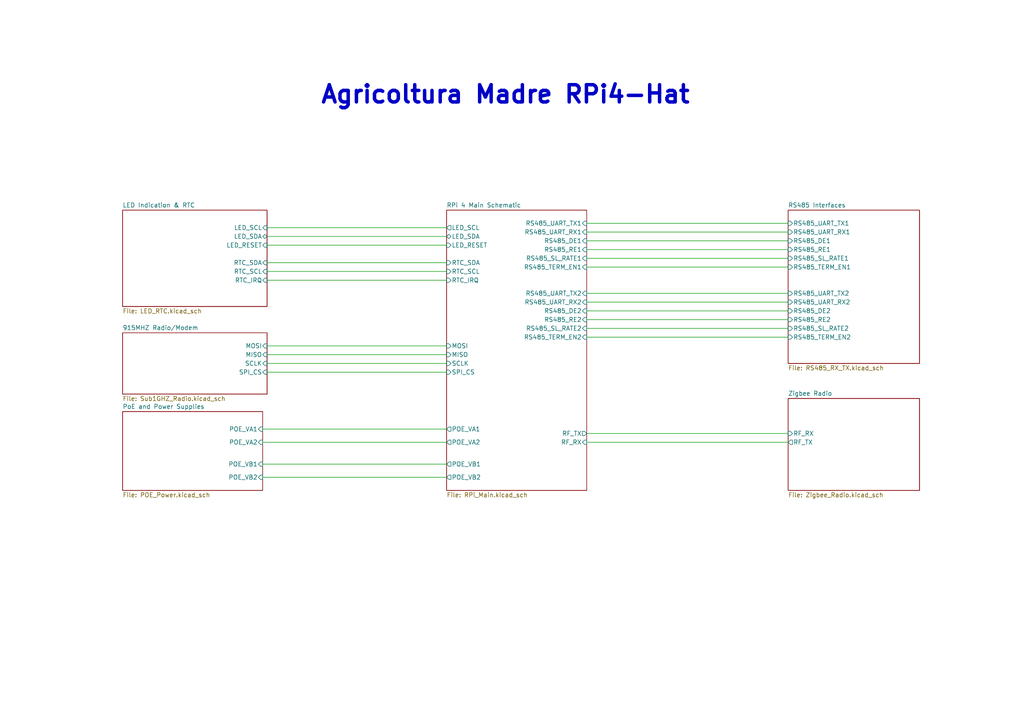
<source format=kicad_sch>
(kicad_sch
	(version 20231120)
	(generator "eeschema")
	(generator_version "8.0")
	(uuid "71596423-d72e-4851-8cc8-a1c115e6b098")
	(paper "A4")
	(lib_symbols)
	(wire
		(pts
			(xy 170.18 125.73) (xy 228.6 125.73)
		)
		(stroke
			(width 0)
			(type default)
		)
		(uuid "039a73dc-896d-4519-b0f2-417e936847b3")
	)
	(wire
		(pts
			(xy 228.6 87.63) (xy 170.18 87.63)
		)
		(stroke
			(width 0)
			(type default)
		)
		(uuid "060b069e-c38f-4a41-b57c-bae66a0bb3a4")
	)
	(wire
		(pts
			(xy 129.54 105.41) (xy 77.47 105.41)
		)
		(stroke
			(width 0)
			(type default)
		)
		(uuid "17e4e89e-7c84-4c17-8de9-0925e10b8d24")
	)
	(wire
		(pts
			(xy 77.47 76.2) (xy 129.54 76.2)
		)
		(stroke
			(width 0)
			(type default)
		)
		(uuid "188a1a49-d9e4-4baf-b145-ce0f89f1df37")
	)
	(wire
		(pts
			(xy 228.6 74.93) (xy 170.18 74.93)
		)
		(stroke
			(width 0)
			(type default)
		)
		(uuid "392a6268-377e-4b35-8ee1-f2acf1aab96a")
	)
	(wire
		(pts
			(xy 129.54 134.62) (xy 76.2 134.62)
		)
		(stroke
			(width 0)
			(type default)
		)
		(uuid "3bc7b38e-117a-4f05-a28c-e53a625da98f")
	)
	(wire
		(pts
			(xy 129.54 102.87) (xy 77.47 102.87)
		)
		(stroke
			(width 0)
			(type default)
		)
		(uuid "4bfe5b92-17b0-4e83-ac8a-394a1f1d95b5")
	)
	(wire
		(pts
			(xy 77.47 66.04) (xy 129.54 66.04)
		)
		(stroke
			(width 0)
			(type default)
		)
		(uuid "4f0e5f13-0b72-4a8a-82aa-3bbe1a4e9f69")
	)
	(wire
		(pts
			(xy 228.6 69.85) (xy 170.18 69.85)
		)
		(stroke
			(width 0)
			(type default)
		)
		(uuid "663450ce-bfaa-41e4-9907-b2e2054970f0")
	)
	(wire
		(pts
			(xy 77.47 107.95) (xy 129.54 107.95)
		)
		(stroke
			(width 0)
			(type default)
		)
		(uuid "6c44d235-2dcc-4554-bed9-bd185570eeaa")
	)
	(wire
		(pts
			(xy 77.47 78.74) (xy 129.54 78.74)
		)
		(stroke
			(width 0)
			(type default)
		)
		(uuid "6cd565cb-9754-40a6-9b94-0a6d478b291f")
	)
	(wire
		(pts
			(xy 228.6 85.09) (xy 170.18 85.09)
		)
		(stroke
			(width 0)
			(type default)
		)
		(uuid "790526e2-142b-41ab-b2f5-cebf52b6e6e5")
	)
	(wire
		(pts
			(xy 76.2 128.27) (xy 129.54 128.27)
		)
		(stroke
			(width 0)
			(type default)
		)
		(uuid "81c602c7-8c94-43d5-9b66-e610f41ef368")
	)
	(wire
		(pts
			(xy 76.2 124.46) (xy 129.54 124.46)
		)
		(stroke
			(width 0)
			(type default)
		)
		(uuid "83399c1a-70f8-471a-8cbf-738588b0c970")
	)
	(wire
		(pts
			(xy 228.6 77.47) (xy 170.18 77.47)
		)
		(stroke
			(width 0)
			(type default)
		)
		(uuid "88d4714d-3b94-41f8-bdb6-09ade1a34cdd")
	)
	(wire
		(pts
			(xy 228.6 90.17) (xy 170.18 90.17)
		)
		(stroke
			(width 0)
			(type default)
		)
		(uuid "8b069a3a-6860-44d2-a726-71c25da65be9")
	)
	(wire
		(pts
			(xy 228.6 67.31) (xy 170.18 67.31)
		)
		(stroke
			(width 0)
			(type default)
		)
		(uuid "8ff225b9-08aa-46c4-96ca-d78426dd9d3e")
	)
	(wire
		(pts
			(xy 228.6 64.77) (xy 170.18 64.77)
		)
		(stroke
			(width 0)
			(type default)
		)
		(uuid "9d064d53-c35b-4284-b328-b8a71fecb7e0")
	)
	(wire
		(pts
			(xy 129.54 81.28) (xy 77.47 81.28)
		)
		(stroke
			(width 0)
			(type default)
		)
		(uuid "bc435e2f-91a1-478d-ab27-20e806acd444")
	)
	(wire
		(pts
			(xy 228.6 92.71) (xy 170.18 92.71)
		)
		(stroke
			(width 0)
			(type default)
		)
		(uuid "c960e1b4-771a-48ab-9309-7209d68e8dbe")
	)
	(wire
		(pts
			(xy 228.6 95.25) (xy 170.18 95.25)
		)
		(stroke
			(width 0)
			(type default)
		)
		(uuid "cb8d7d52-30b7-4a14-9592-f79bd215315e")
	)
	(wire
		(pts
			(xy 228.6 128.27) (xy 170.18 128.27)
		)
		(stroke
			(width 0)
			(type default)
		)
		(uuid "cf198345-19bc-4d4d-acf5-9dd2ee9434e1")
	)
	(wire
		(pts
			(xy 228.6 72.39) (xy 170.18 72.39)
		)
		(stroke
			(width 0)
			(type default)
		)
		(uuid "d3651749-d287-4ac8-967e-671555140c7b")
	)
	(wire
		(pts
			(xy 76.2 138.43) (xy 129.54 138.43)
		)
		(stroke
			(width 0)
			(type default)
		)
		(uuid "e2cc2ad1-934e-4733-9436-9f10d6fbba63")
	)
	(wire
		(pts
			(xy 228.6 97.79) (xy 170.18 97.79)
		)
		(stroke
			(width 0)
			(type default)
		)
		(uuid "e6c874d8-eba9-4884-ac0e-e72e4866a8b8")
	)
	(wire
		(pts
			(xy 77.47 100.33) (xy 129.54 100.33)
		)
		(stroke
			(width 0)
			(type default)
		)
		(uuid "e85b382d-2611-48d6-8137-351eaf6fcb70")
	)
	(wire
		(pts
			(xy 77.47 71.12) (xy 129.54 71.12)
		)
		(stroke
			(width 0)
			(type default)
		)
		(uuid "eaadbef5-0f3c-4a52-9212-84ae3457d18a")
	)
	(wire
		(pts
			(xy 129.54 68.58) (xy 77.47 68.58)
		)
		(stroke
			(width 0)
			(type default)
		)
		(uuid "fcf7772d-c380-428a-a76d-21108134185d")
	)
	(text "Agricoltura Madre RPi4-Hat"
		(exclude_from_sim no)
		(at 92.71 30.48 0)
		(effects
			(font
				(size 5.0038 5.0038)
				(thickness 1.0008)
				(bold yes)
			)
			(justify left bottom)
		)
		(uuid "3fa45051-8eca-45fe-8104-d83a61e2a809")
	)
	(sheet
		(at 228.6 115.57)
		(size 38.1 26.67)
		(fields_autoplaced yes)
		(stroke
			(width 0)
			(type solid)
		)
		(fill
			(color 0 0 0 0.0000)
		)
		(uuid "00000000-0000-0000-0000-00005e766c42")
		(property "Sheetname" "Zigbee Radio "
			(at 228.6 114.8584 0)
			(effects
				(font
					(size 1.27 1.27)
				)
				(justify left bottom)
			)
		)
		(property "Sheetfile" "Zigbee_Radio.kicad_sch"
			(at 228.6 142.8246 0)
			(effects
				(font
					(size 1.27 1.27)
				)
				(justify left top)
			)
		)
		(pin "RF_RX" input
			(at 228.6 125.73 180)
			(effects
				(font
					(size 1.27 1.27)
				)
				(justify left)
			)
			(uuid "d934f787-b268-4869-83d8-712dcc1abe21")
		)
		(pin "RF_TX" output
			(at 228.6 128.27 180)
			(effects
				(font
					(size 1.27 1.27)
				)
				(justify left)
			)
			(uuid "89b38588-b55a-4961-8f91-11f6197328db")
		)
		(instances
			(project "agricoltura-madre-rpi4-hat"
				(path "/71596423-d72e-4851-8cc8-a1c115e6b098"
					(page "7")
				)
			)
		)
	)
	(sheet
		(at 35.56 119.38)
		(size 40.64 22.86)
		(fields_autoplaced yes)
		(stroke
			(width 0)
			(type solid)
		)
		(fill
			(color 0 0 0 0.0000)
		)
		(uuid "00000000-0000-0000-0000-00005e766f23")
		(property "Sheetname" "PoE and Power Supplies"
			(at 35.56 118.6684 0)
			(effects
				(font
					(size 1.27 1.27)
				)
				(justify left bottom)
			)
		)
		(property "Sheetfile" "POE_Power.kicad_sch"
			(at 35.56 142.8246 0)
			(effects
				(font
					(size 1.27 1.27)
				)
				(justify left top)
			)
		)
		(pin "POE_VA1" input
			(at 76.2 124.46 0)
			(effects
				(font
					(size 1.27 1.27)
				)
				(justify right)
			)
			(uuid "dfc92d7c-c5fa-4e34-9b3d-cfca390a23ac")
		)
		(pin "POE_VA2" input
			(at 76.2 128.27 0)
			(effects
				(font
					(size 1.27 1.27)
				)
				(justify right)
			)
			(uuid "6f10c1a7-bce4-4598-b521-91b10d7f6882")
		)
		(pin "POE_VB1" input
			(at 76.2 134.62 0)
			(effects
				(font
					(size 1.27 1.27)
				)
				(justify right)
			)
			(uuid "7d866378-0e96-467a-8f60-6e207cd0bc6f")
		)
		(pin "POE_VB2" input
			(at 76.2 138.43 0)
			(effects
				(font
					(size 1.27 1.27)
				)
				(justify right)
			)
			(uuid "2c7825bf-5e6a-487d-9e7b-8fe005b92266")
		)
		(instances
			(project "agricoltura-madre-rpi4-hat"
				(path "/71596423-d72e-4851-8cc8-a1c115e6b098"
					(page "4")
				)
			)
		)
	)
	(sheet
		(at 129.54 60.96)
		(size 40.64 81.28)
		(fields_autoplaced yes)
		(stroke
			(width 0)
			(type solid)
		)
		(fill
			(color 0 0 0 0.0000)
		)
		(uuid "00000000-0000-0000-0000-00005e767796")
		(property "Sheetname" "RPi 4 Main Schematic"
			(at 129.54 60.2484 0)
			(effects
				(font
					(size 1.27 1.27)
				)
				(justify left bottom)
			)
		)
		(property "Sheetfile" "RPi_Main.kicad_sch"
			(at 129.54 142.8246 0)
			(effects
				(font
					(size 1.27 1.27)
				)
				(justify left top)
			)
		)
		(pin "LED_SCL" output
			(at 129.54 66.04 180)
			(effects
				(font
					(size 1.27 1.27)
				)
				(justify left)
			)
			(uuid "6d85f5e2-4fe7-4d85-8344-dd6854e577be")
		)
		(pin "LED_SDA" bidirectional
			(at 129.54 68.58 180)
			(effects
				(font
					(size 1.27 1.27)
				)
				(justify left)
			)
			(uuid "a5cf7f3f-5ace-43ab-abb2-55f6fae41088")
		)
		(pin "LED_RESET" input
			(at 129.54 71.12 180)
			(effects
				(font
					(size 1.27 1.27)
				)
				(justify left)
			)
			(uuid "db25a7c5-1a8b-419e-9ec7-d9a1863dd630")
		)
		(pin "POE_VA1" output
			(at 129.54 124.46 180)
			(effects
				(font
					(size 1.27 1.27)
				)
				(justify left)
			)
			(uuid "3c669f5f-b900-4a01-ac07-d42237f3889b")
		)
		(pin "POE_VA2" output
			(at 129.54 128.27 180)
			(effects
				(font
					(size 1.27 1.27)
				)
				(justify left)
			)
			(uuid "b28def76-6e6d-4248-a21b-96357bfa060d")
		)
		(pin "POE_VB1" output
			(at 129.54 134.62 180)
			(effects
				(font
					(size 1.27 1.27)
				)
				(justify left)
			)
			(uuid "3480003c-c260-416a-a7c4-f50a9507ebab")
		)
		(pin "POE_VB2" output
			(at 129.54 138.43 180)
			(effects
				(font
					(size 1.27 1.27)
				)
				(justify left)
			)
			(uuid "042acafc-c288-42bb-b00d-9e6303e00599")
		)
		(pin "RF_TX" output
			(at 170.18 125.73 0)
			(effects
				(font
					(size 1.27 1.27)
				)
				(justify right)
			)
			(uuid "a437095f-0231-4d2c-a4b6-e19aa99fa14e")
		)
		(pin "RF_RX" input
			(at 170.18 128.27 0)
			(effects
				(font
					(size 1.27 1.27)
				)
				(justify right)
			)
			(uuid "d4436b6f-1905-480b-bff0-8bc71b5b65dc")
		)
		(pin "RTC_SCL" input
			(at 129.54 78.74 180)
			(effects
				(font
					(size 1.27 1.27)
				)
				(justify left)
			)
			(uuid "f9daec35-fede-48ca-8b38-addd9d2ceda8")
		)
		(pin "RTC_SDA" input
			(at 129.54 76.2 180)
			(effects
				(font
					(size 1.27 1.27)
				)
				(justify left)
			)
			(uuid "988789cb-b01c-47d9-baa9-8fa37a384602")
		)
		(pin "RTC_IRQ" input
			(at 129.54 81.28 180)
			(effects
				(font
					(size 1.27 1.27)
				)
				(justify left)
			)
			(uuid "4f082693-f471-4165-bbfc-2d29c59e8b13")
		)
		(pin "RS485_UART_TX1" input
			(at 170.18 64.77 0)
			(effects
				(font
					(size 1.27 1.27)
				)
				(justify right)
			)
			(uuid "890d1e54-d4e4-487c-b4cb-cf6f07248622")
		)
		(pin "RS485_UART_RX1" input
			(at 170.18 67.31 0)
			(effects
				(font
					(size 1.27 1.27)
				)
				(justify right)
			)
			(uuid "1bd8967b-20fc-4b71-9439-76f4a02df5a2")
		)
		(pin "RS485_UART_TX2" input
			(at 170.18 85.09 0)
			(effects
				(font
					(size 1.27 1.27)
				)
				(justify right)
			)
			(uuid "959787dc-ed0c-43d1-9e6e-a8570d5d87b4")
		)
		(pin "RS485_UART_RX2" input
			(at 170.18 87.63 0)
			(effects
				(font
					(size 1.27 1.27)
				)
				(justify right)
			)
			(uuid "8351b24e-f187-4263-8807-60fe608dd003")
		)
		(pin "RS485_DE2" input
			(at 170.18 90.17 0)
			(effects
				(font
					(size 1.27 1.27)
				)
				(justify right)
			)
			(uuid "d446ad66-9cbf-4393-9e03-8aa607ca674f")
		)
		(pin "RS485_DE1" input
			(at 170.18 69.85 0)
			(effects
				(font
					(size 1.27 1.27)
				)
				(justify right)
			)
			(uuid "f1428e4a-d234-4d27-8d87-a53550f4b00b")
		)
		(pin "RS485_SL_RATE2" input
			(at 170.18 95.25 0)
			(effects
				(font
					(size 1.27 1.27)
				)
				(justify right)
			)
			(uuid "af7640e9-053b-4ad4-883a-3efac00d3071")
		)
		(pin "RS485_SL_RATE1" input
			(at 170.18 74.93 0)
			(effects
				(font
					(size 1.27 1.27)
				)
				(justify right)
			)
			(uuid "dcde7765-fd8e-45f2-95cc-5c3285f8415c")
		)
		(pin "RS485_TERM_EN1" input
			(at 170.18 77.47 0)
			(effects
				(font
					(size 1.27 1.27)
				)
				(justify right)
			)
			(uuid "d3e80cd4-cf39-4315-9f86-8df22e56a3aa")
		)
		(pin "RS485_RE1" input
			(at 170.18 72.39 0)
			(effects
				(font
					(size 1.27 1.27)
				)
				(justify right)
			)
			(uuid "4015442b-10e2-4130-94dc-25595b70b1f1")
		)
		(pin "RS485_RE2" input
			(at 170.18 92.71 0)
			(effects
				(font
					(size 1.27 1.27)
				)
				(justify right)
			)
			(uuid "36a7fd90-0047-4f61-9af5-b9a11e722131")
		)
		(pin "RS485_TERM_EN2" input
			(at 170.18 97.79 0)
			(effects
				(font
					(size 1.27 1.27)
				)
				(justify right)
			)
			(uuid "7272ce35-5269-468c-aa4a-fbd2ed608a09")
		)
		(pin "MOSI" input
			(at 129.54 100.33 180)
			(effects
				(font
					(size 1.27 1.27)
				)
				(justify left)
			)
			(uuid "a3729e52-2f9a-44cf-af99-d19a89369e3e")
		)
		(pin "MISO" input
			(at 129.54 102.87 180)
			(effects
				(font
					(size 1.27 1.27)
				)
				(justify left)
			)
			(uuid "8801fb42-a18e-4e66-af11-7c8eef3e3e69")
		)
		(pin "SCLK" input
			(at 129.54 105.41 180)
			(effects
				(font
					(size 1.27 1.27)
				)
				(justify left)
			)
			(uuid "2cf068de-1928-49e3-bdf7-2c2584052655")
		)
		(pin "SPI_CS" input
			(at 129.54 107.95 180)
			(effects
				(font
					(size 1.27 1.27)
				)
				(justify left)
			)
			(uuid "be3c4ecc-c00f-4a60-b5a0-4737f1cf22f4")
		)
		(instances
			(project "agricoltura-madre-rpi4-hat"
				(path "/71596423-d72e-4851-8cc8-a1c115e6b098"
					(page "5")
				)
			)
		)
	)
	(sheet
		(at 228.6 60.96)
		(size 38.1 44.45)
		(fields_autoplaced yes)
		(stroke
			(width 0)
			(type solid)
		)
		(fill
			(color 0 0 0 0.0000)
		)
		(uuid "00000000-0000-0000-0000-00005e76c945")
		(property "Sheetname" "RS485 Interfaces"
			(at 228.6 60.2484 0)
			(effects
				(font
					(size 1.27 1.27)
				)
				(justify left bottom)
			)
		)
		(property "Sheetfile" "RS485_RX_TX.kicad_sch"
			(at 228.6 105.9946 0)
			(effects
				(font
					(size 1.27 1.27)
				)
				(justify left top)
			)
		)
		(pin "RS485_UART_TX1" input
			(at 228.6 64.77 180)
			(effects
				(font
					(size 1.27 1.27)
				)
				(justify left)
			)
			(uuid "bb5e8093-8c15-4a87-b82f-e9a9d96da767")
		)
		(pin "RS485_UART_RX1" input
			(at 228.6 67.31 180)
			(effects
				(font
					(size 1.27 1.27)
				)
				(justify left)
			)
			(uuid "b659ebd1-a992-4367-8a55-9f41a787a624")
		)
		(pin "RS485_UART_TX2" input
			(at 228.6 85.09 180)
			(effects
				(font
					(size 1.27 1.27)
				)
				(justify left)
			)
			(uuid "1203fb07-93c4-4bd4-aa38-335abd9eb1be")
		)
		(pin "RS485_UART_RX2" input
			(at 228.6 87.63 180)
			(effects
				(font
					(size 1.27 1.27)
				)
				(justify left)
			)
			(uuid "01493eca-e4f3-41d8-a971-2aac3717e21b")
		)
		(pin "RS485_DE2" input
			(at 228.6 90.17 180)
			(effects
				(font
					(size 1.27 1.27)
				)
				(justify left)
			)
			(uuid "a21dba6b-fe09-44a9-86c6-ab4e9bea8d5a")
		)
		(pin "RS485_DE1" input
			(at 228.6 69.85 180)
			(effects
				(font
					(size 1.27 1.27)
				)
				(justify left)
			)
			(uuid "535375b6-573e-4e92-ade3-38b479851ac4")
		)
		(pin "RS485_SL_RATE2" input
			(at 228.6 95.25 180)
			(effects
				(font
					(size 1.27 1.27)
				)
				(justify left)
			)
			(uuid "73af4b43-a591-4bdb-94d2-0ca16dcd350a")
		)
		(pin "RS485_SL_RATE1" input
			(at 228.6 74.93 180)
			(effects
				(font
					(size 1.27 1.27)
				)
				(justify left)
			)
			(uuid "9aa282ec-73eb-4583-9e47-e8519cdb4b3a")
		)
		(pin "RS485_TERM_EN1" input
			(at 228.6 77.47 180)
			(effects
				(font
					(size 1.27 1.27)
				)
				(justify left)
			)
			(uuid "36af7382-4744-4034-9eea-25ddc20fe80e")
		)
		(pin "RS485_RE1" input
			(at 228.6 72.39 180)
			(effects
				(font
					(size 1.27 1.27)
				)
				(justify left)
			)
			(uuid "96df308e-cf2a-4e45-a229-bae07b88abfe")
		)
		(pin "RS485_RE2" input
			(at 228.6 92.71 180)
			(effects
				(font
					(size 1.27 1.27)
				)
				(justify left)
			)
			(uuid "ce8bd616-d49b-4712-9edc-2390f1e07cba")
		)
		(pin "RS485_TERM_EN2" input
			(at 228.6 97.79 180)
			(effects
				(font
					(size 1.27 1.27)
				)
				(justify left)
			)
			(uuid "f4da06da-b6be-463b-a977-0d07d7b6c131")
		)
		(instances
			(project "agricoltura-madre-rpi4-hat"
				(path "/71596423-d72e-4851-8cc8-a1c115e6b098"
					(page "6")
				)
			)
		)
	)
	(sheet
		(at 35.56 60.96)
		(size 41.91 27.94)
		(fields_autoplaced yes)
		(stroke
			(width 0)
			(type solid)
		)
		(fill
			(color 0 0 0 0.0000)
		)
		(uuid "00000000-0000-0000-0000-00005e8884ed")
		(property "Sheetname" "LED Indication & RTC"
			(at 35.56 60.2484 0)
			(effects
				(font
					(size 1.27 1.27)
				)
				(justify left bottom)
			)
		)
		(property "Sheetfile" "LED_RTC.kicad_sch"
			(at 35.56 89.4846 0)
			(effects
				(font
					(size 1.27 1.27)
				)
				(justify left top)
			)
		)
		(pin "LED_SCL" input
			(at 77.47 66.04 0)
			(effects
				(font
					(size 1.27 1.27)
				)
				(justify right)
			)
			(uuid "881331b3-c531-4669-97cb-bae8eadb854e")
		)
		(pin "LED_SDA" bidirectional
			(at 77.47 68.58 0)
			(effects
				(font
					(size 1.27 1.27)
				)
				(justify right)
			)
			(uuid "596033ef-e516-41e0-83b6-3d3f448b871e")
		)
		(pin "LED_RESET" input
			(at 77.47 71.12 0)
			(effects
				(font
					(size 1.27 1.27)
				)
				(justify right)
			)
			(uuid "5349f177-31e2-4be8-95cb-194fb90a69d4")
		)
		(pin "RTC_SDA" input
			(at 77.47 76.2 0)
			(effects
				(font
					(size 1.27 1.27)
				)
				(justify right)
			)
			(uuid "0ddd8ae1-ae56-4676-a406-983cb5745b0d")
		)
		(pin "RTC_IRQ" input
			(at 77.47 81.28 0)
			(effects
				(font
					(size 1.27 1.27)
				)
				(justify right)
			)
			(uuid "b6f6598c-45a1-4331-9562-fef8de754062")
		)
		(pin "RTC_SCL" input
			(at 77.47 78.74 0)
			(effects
				(font
					(size 1.27 1.27)
				)
				(justify right)
			)
			(uuid "020f6b84-d41b-45b4-974e-a62698687281")
		)
		(instances
			(project "agricoltura-madre-rpi4-hat"
				(path "/71596423-d72e-4851-8cc8-a1c115e6b098"
					(page "2")
				)
			)
		)
	)
	(sheet
		(at 35.56 96.52)
		(size 41.91 17.78)
		(fields_autoplaced yes)
		(stroke
			(width 0)
			(type solid)
		)
		(fill
			(color 0 0 0 0.0000)
		)
		(uuid "00000000-0000-0000-0000-00005f045bf3")
		(property "Sheetname" "915MHZ Radio/Modem"
			(at 35.56 95.8084 0)
			(effects
				(font
					(size 1.27 1.27)
				)
				(justify left bottom)
			)
		)
		(property "Sheetfile" "Sub1GHZ_Radio.kicad_sch"
			(at 35.56 114.8846 0)
			(effects
				(font
					(size 1.27 1.27)
				)
				(justify left top)
			)
		)
		(pin "MOSI" input
			(at 77.47 100.33 0)
			(effects
				(font
					(size 1.27 1.27)
				)
				(justify right)
			)
			(uuid "f48bdd5c-2ce6-4436-b547-036196be14d9")
		)
		(pin "MISO" input
			(at 77.47 102.87 0)
			(effects
				(font
					(size 1.27 1.27)
				)
				(justify right)
			)
			(uuid "00b2cce0-cf94-41e6-94bf-629355f981cd")
		)
		(pin "SCLK" input
			(at 77.47 105.41 0)
			(effects
				(font
					(size 1.27 1.27)
				)
				(justify right)
			)
			(uuid "d742f6cb-c53d-4415-a789-96282f488188")
		)
		(pin "SPI_CS" input
			(at 77.47 107.95 0)
			(effects
				(font
					(size 1.27 1.27)
				)
				(justify right)
			)
			(uuid "8667353b-3551-4d19-834a-c00534d33b97")
		)
		(instances
			(project "agricoltura-madre-rpi4-hat"
				(path "/71596423-d72e-4851-8cc8-a1c115e6b098"
					(page "3")
				)
			)
		)
	)
	(sheet_instances
		(path "/"
			(page "1")
		)
	)
)
</source>
